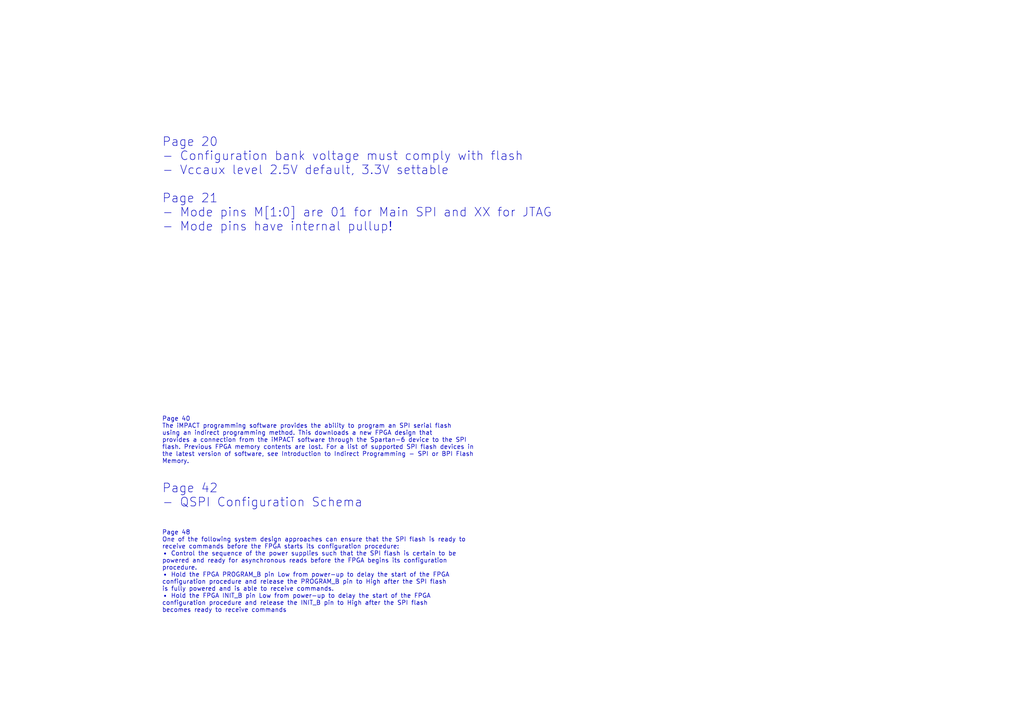
<source format=kicad_sch>
(kicad_sch (version 20230121) (generator eeschema)
  (paper "A4")
  (lib_symbols)
  (text "Page 20\n- Configuration bank voltage must comply with flash\n- Vccaux level 2.5V default, 3.3V settable\n\nPage 21\n- Mode pins M[1:0] are 01 for Main SPI and XX for JTAG\n- Mode pins have internal pullup!" (at 46.99 67.31 0) (effects (font (size 2.54 2.54)) (justify left bottom)))
  (text "Page 42\n- QSPI Configuration Schema" (at 46.99 147.32 0) (effects (font (size 2.54 2.54)) (justify left bottom)))
  (text "Page 48\nOne of the following system design approaches can ensure that the SPI flash is ready to \nreceive commands before the FPGA starts its configuration procedure:\n• Control the sequence of the power supplies such that the SPI flash is certain to be \npowered and ready for asynchronous reads before the FPGA begins its configuration \nprocedure.\n• Hold the FPGA PROGRAM_B pin Low from power-up to delay the start of the FPGA \nconfiguration procedure and release the PROGRAM_B pin to High after the SPI flash \nis fully powered and is able to receive commands.\n• Hold the FPGA INIT_B pin Low from power-up to delay the start of the FPGA \nconfiguration procedure and release the INIT_B pin to High after the SPI flash \nbecomes ready to receive commands" (at 46.99 177.8 0) (effects (font (size 1.27 1.27)) (justify left bottom)))
  (text "Page 40\nThe iMPACT programming software provides the ability to program an SPI serial flash \nusing an indirect programming method. This downloads a new FPGA design that \nprovides a connection from the iMPACT software through the Spartan-6 device to the SPI \nflash. Previous FPGA memory contents are lost. For a list of supported SPI flash devices in \nthe latest version of software, see Introduction to Indirect Programming - SPI or BPI Flash \nMemory." (at 46.99 134.62 0) (effects (font (size 1.27 1.27)) (justify left bottom)))
)
</source>
